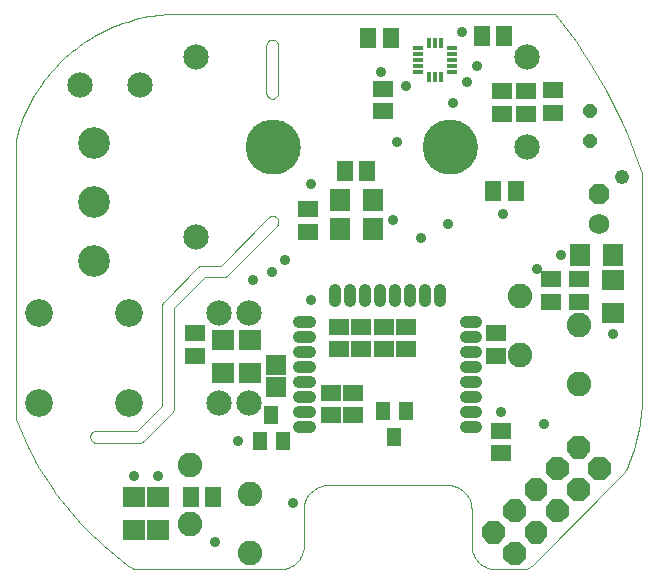
<source format=gbs>
G75*
%MOIN*%
%OFA0B0*%
%FSLAX24Y24*%
%IPPOS*%
%LPD*%
%AMOC8*
5,1,8,0,0,1.08239X$1,22.5*
%
%ADD10C,0.0000*%
%ADD11C,0.0413*%
%ADD12C,0.0925*%
%ADD13C,0.0846*%
%ADD14C,0.1059*%
%ADD15C,0.0819*%
%ADD16R,0.0571X0.0650*%
%ADD17OC8,0.0689*%
%ADD18C,0.0689*%
%ADD19R,0.0650X0.0571*%
%ADD20C,0.0150*%
%ADD21R,0.0453X0.0610*%
%ADD22R,0.0650X0.0650*%
%ADD23R,0.0768X0.0689*%
%ADD24R,0.0689X0.0768*%
%ADD25C,0.1831*%
%ADD26R,0.0319X0.0179*%
%ADD27R,0.0179X0.0319*%
%ADD28OC8,0.0458*%
%ADD29C,0.0343*%
%ADD30C,0.0484*%
D10*
X004154Y000307D02*
X009036Y000307D01*
X009090Y000309D01*
X009143Y000314D01*
X009196Y000323D01*
X009248Y000336D01*
X009300Y000352D01*
X009350Y000372D01*
X009398Y000395D01*
X009445Y000422D01*
X009490Y000451D01*
X009533Y000484D01*
X009573Y000519D01*
X009611Y000557D01*
X009646Y000597D01*
X009679Y000640D01*
X009708Y000685D01*
X009735Y000732D01*
X009758Y000780D01*
X009778Y000830D01*
X009794Y000882D01*
X009807Y000934D01*
X009816Y000987D01*
X009821Y001040D01*
X009823Y001094D01*
X009823Y002316D01*
X009825Y002370D01*
X009830Y002423D01*
X009839Y002476D01*
X009852Y002528D01*
X009868Y002580D01*
X009888Y002630D01*
X009911Y002678D01*
X009938Y002725D01*
X009967Y002770D01*
X010000Y002813D01*
X010035Y002853D01*
X010073Y002891D01*
X010113Y002926D01*
X010156Y002959D01*
X010201Y002988D01*
X010248Y003015D01*
X010296Y003038D01*
X010346Y003058D01*
X010398Y003074D01*
X010450Y003087D01*
X010503Y003096D01*
X010556Y003101D01*
X010610Y003103D01*
X010610Y003104D02*
X014626Y003104D01*
X014626Y003103D02*
X014680Y003101D01*
X014733Y003096D01*
X014786Y003087D01*
X014838Y003074D01*
X014890Y003058D01*
X014940Y003038D01*
X014988Y003015D01*
X015035Y002988D01*
X015080Y002959D01*
X015123Y002926D01*
X015163Y002891D01*
X015201Y002853D01*
X015236Y002813D01*
X015269Y002770D01*
X015298Y002725D01*
X015325Y002678D01*
X015348Y002630D01*
X015368Y002580D01*
X015384Y002528D01*
X015397Y002476D01*
X015406Y002423D01*
X015411Y002370D01*
X015413Y002316D01*
X015414Y002316D02*
X015414Y001094D01*
X015416Y001040D01*
X015421Y000987D01*
X015430Y000934D01*
X015443Y000882D01*
X015459Y000830D01*
X015479Y000780D01*
X015502Y000732D01*
X015529Y000685D01*
X015558Y000640D01*
X015591Y000597D01*
X015626Y000557D01*
X015664Y000519D01*
X015704Y000484D01*
X015747Y000451D01*
X015792Y000422D01*
X015839Y000395D01*
X015887Y000372D01*
X015937Y000352D01*
X015989Y000336D01*
X016041Y000323D01*
X016094Y000314D01*
X016147Y000309D01*
X016201Y000307D01*
X017140Y000307D01*
X017419Y000422D02*
X020492Y003496D01*
X021083Y005701D02*
X021083Y013496D01*
X018189Y018811D02*
X005374Y018811D01*
X008573Y017759D02*
X008573Y016184D01*
X008572Y016184D02*
X008574Y016158D01*
X008579Y016133D01*
X008587Y016109D01*
X008598Y016085D01*
X008613Y016064D01*
X008630Y016045D01*
X008649Y016028D01*
X008671Y016013D01*
X008694Y016002D01*
X008718Y015994D01*
X008743Y015989D01*
X008769Y015987D01*
X008795Y015989D01*
X008820Y015994D01*
X008844Y016002D01*
X008868Y016013D01*
X008889Y016028D01*
X008908Y016045D01*
X008925Y016064D01*
X008940Y016086D01*
X008951Y016109D01*
X008959Y016133D01*
X008964Y016158D01*
X008966Y016184D01*
X008966Y017759D01*
X008769Y017956D02*
X008743Y017954D01*
X008718Y017949D01*
X008694Y017941D01*
X008671Y017930D01*
X008649Y017915D01*
X008630Y017898D01*
X008613Y017879D01*
X008598Y017858D01*
X008587Y017834D01*
X008579Y017810D01*
X008574Y017785D01*
X008572Y017759D01*
X008769Y017956D02*
X008795Y017954D01*
X008820Y017949D01*
X008844Y017941D01*
X008868Y017930D01*
X008889Y017915D01*
X008908Y017898D01*
X008925Y017879D01*
X008940Y017857D01*
X008951Y017834D01*
X008959Y017810D01*
X008964Y017785D01*
X008966Y017759D01*
X007908Y014382D02*
X007910Y014441D01*
X007916Y014500D01*
X007926Y014558D01*
X007939Y014616D01*
X007957Y014673D01*
X007978Y014728D01*
X008003Y014782D01*
X008032Y014834D01*
X008064Y014883D01*
X008099Y014931D01*
X008137Y014976D01*
X008178Y015019D01*
X008222Y015059D01*
X008268Y015095D01*
X008317Y015129D01*
X008368Y015159D01*
X008421Y015186D01*
X008476Y015209D01*
X008531Y015228D01*
X008589Y015244D01*
X008647Y015256D01*
X008705Y015264D01*
X008764Y015268D01*
X008824Y015268D01*
X008883Y015264D01*
X008941Y015256D01*
X008999Y015244D01*
X009057Y015228D01*
X009112Y015209D01*
X009167Y015186D01*
X009220Y015159D01*
X009271Y015129D01*
X009320Y015095D01*
X009366Y015059D01*
X009410Y015019D01*
X009451Y014976D01*
X009489Y014931D01*
X009524Y014883D01*
X009556Y014834D01*
X009585Y014782D01*
X009610Y014728D01*
X009631Y014673D01*
X009649Y014616D01*
X009662Y014558D01*
X009672Y014500D01*
X009678Y014441D01*
X009680Y014382D01*
X009678Y014323D01*
X009672Y014264D01*
X009662Y014206D01*
X009649Y014148D01*
X009631Y014091D01*
X009610Y014036D01*
X009585Y013982D01*
X009556Y013930D01*
X009524Y013881D01*
X009489Y013833D01*
X009451Y013788D01*
X009410Y013745D01*
X009366Y013705D01*
X009320Y013669D01*
X009271Y013635D01*
X009220Y013605D01*
X009167Y013578D01*
X009112Y013555D01*
X009057Y013536D01*
X008999Y013520D01*
X008941Y013508D01*
X008883Y013500D01*
X008824Y013496D01*
X008764Y013496D01*
X008705Y013500D01*
X008647Y013508D01*
X008589Y013520D01*
X008531Y013536D01*
X008476Y013555D01*
X008421Y013578D01*
X008368Y013605D01*
X008317Y013635D01*
X008268Y013669D01*
X008222Y013705D01*
X008178Y013745D01*
X008137Y013788D01*
X008099Y013833D01*
X008064Y013881D01*
X008032Y013930D01*
X008003Y013982D01*
X007978Y014036D01*
X007957Y014091D01*
X007939Y014148D01*
X007926Y014206D01*
X007916Y014264D01*
X007910Y014323D01*
X007908Y014382D01*
X005375Y018812D02*
X005226Y018803D01*
X005078Y018791D01*
X004930Y018774D01*
X004783Y018754D01*
X004636Y018730D01*
X004490Y018702D01*
X004345Y018669D01*
X004201Y018634D01*
X004057Y018594D01*
X003915Y018550D01*
X003774Y018503D01*
X003634Y018452D01*
X003496Y018397D01*
X003359Y018338D01*
X003224Y018276D01*
X003091Y018210D01*
X002959Y018141D01*
X002830Y018068D01*
X002702Y017992D01*
X002576Y017913D01*
X002453Y017830D01*
X002332Y017743D01*
X002213Y017654D01*
X002096Y017562D01*
X001982Y017466D01*
X001871Y017367D01*
X001762Y017266D01*
X001657Y017161D01*
X001554Y017054D01*
X001453Y016944D01*
X001356Y016832D01*
X001262Y016717D01*
X001171Y016599D01*
X001083Y016479D01*
X000998Y016357D01*
X000917Y016232D01*
X000839Y016106D01*
X000765Y015977D01*
X000693Y015846D01*
X000626Y015714D01*
X000562Y015580D01*
X000501Y015444D01*
X000445Y015306D01*
X000392Y015167D01*
X000342Y015027D01*
X000297Y014885D01*
X000255Y014743D01*
X000217Y014599D01*
X000217Y014598D02*
X000217Y005307D01*
X002894Y004913D02*
X004272Y004913D01*
X005099Y005740D01*
X005099Y009084D01*
X005156Y009223D02*
X006301Y010368D01*
X006440Y010425D02*
X007046Y010425D01*
X008644Y012023D01*
X008778Y012079D02*
X008803Y012077D01*
X008827Y012073D01*
X008851Y012065D01*
X008873Y012054D01*
X008894Y012040D01*
X008912Y012023D01*
X008913Y012023D02*
X008919Y012016D01*
X008936Y011998D01*
X008950Y011977D01*
X008961Y011955D01*
X008969Y011931D01*
X008973Y011907D01*
X008975Y011882D01*
X008919Y011747D02*
X007261Y010089D01*
X007122Y010031D02*
X006516Y010031D01*
X005492Y009008D01*
X005492Y005664D01*
X005435Y005525D02*
X004487Y004577D01*
X004348Y004520D02*
X002894Y004520D01*
X002868Y004522D01*
X002843Y004527D01*
X002819Y004535D01*
X002795Y004546D01*
X002774Y004561D01*
X002755Y004578D01*
X002738Y004597D01*
X002723Y004619D01*
X002712Y004642D01*
X002704Y004666D01*
X002699Y004691D01*
X002697Y004717D01*
X002699Y004743D01*
X002704Y004768D01*
X002712Y004792D01*
X002723Y004816D01*
X002738Y004837D01*
X002755Y004856D01*
X002774Y004873D01*
X002796Y004888D01*
X002819Y004899D01*
X002843Y004907D01*
X002868Y004912D01*
X002894Y004914D01*
X004348Y004520D02*
X004374Y004522D01*
X004399Y004527D01*
X004423Y004535D01*
X004447Y004546D01*
X004468Y004561D01*
X004487Y004578D01*
X005434Y005525D02*
X005451Y005544D01*
X005466Y005565D01*
X005477Y005589D01*
X005485Y005613D01*
X005490Y005638D01*
X005492Y005664D01*
X021083Y013496D02*
X020963Y013857D01*
X020834Y014215D01*
X020697Y014570D01*
X020552Y014922D01*
X020398Y015270D01*
X020236Y015614D01*
X020066Y015955D01*
X019888Y016291D01*
X019702Y016623D01*
X019509Y016951D01*
X019307Y017273D01*
X019098Y017591D01*
X018882Y017904D01*
X018658Y018212D01*
X018427Y018515D01*
X018189Y018811D01*
X013813Y014382D02*
X013815Y014441D01*
X013821Y014500D01*
X013831Y014558D01*
X013844Y014616D01*
X013862Y014673D01*
X013883Y014728D01*
X013908Y014782D01*
X013937Y014834D01*
X013969Y014883D01*
X014004Y014931D01*
X014042Y014976D01*
X014083Y015019D01*
X014127Y015059D01*
X014173Y015095D01*
X014222Y015129D01*
X014273Y015159D01*
X014326Y015186D01*
X014381Y015209D01*
X014436Y015228D01*
X014494Y015244D01*
X014552Y015256D01*
X014610Y015264D01*
X014669Y015268D01*
X014729Y015268D01*
X014788Y015264D01*
X014846Y015256D01*
X014904Y015244D01*
X014962Y015228D01*
X015017Y015209D01*
X015072Y015186D01*
X015125Y015159D01*
X015176Y015129D01*
X015225Y015095D01*
X015271Y015059D01*
X015315Y015019D01*
X015356Y014976D01*
X015394Y014931D01*
X015429Y014883D01*
X015461Y014834D01*
X015490Y014782D01*
X015515Y014728D01*
X015536Y014673D01*
X015554Y014616D01*
X015567Y014558D01*
X015577Y014500D01*
X015583Y014441D01*
X015585Y014382D01*
X015583Y014323D01*
X015577Y014264D01*
X015567Y014206D01*
X015554Y014148D01*
X015536Y014091D01*
X015515Y014036D01*
X015490Y013982D01*
X015461Y013930D01*
X015429Y013881D01*
X015394Y013833D01*
X015356Y013788D01*
X015315Y013745D01*
X015271Y013705D01*
X015225Y013669D01*
X015176Y013635D01*
X015125Y013605D01*
X015072Y013578D01*
X015017Y013555D01*
X014962Y013536D01*
X014904Y013520D01*
X014846Y013508D01*
X014788Y013500D01*
X014729Y013496D01*
X014669Y013496D01*
X014610Y013500D01*
X014552Y013508D01*
X014494Y013520D01*
X014436Y013536D01*
X014381Y013555D01*
X014326Y013578D01*
X014273Y013605D01*
X014222Y013635D01*
X014173Y013669D01*
X014127Y013705D01*
X014083Y013745D01*
X014042Y013788D01*
X014004Y013833D01*
X013969Y013881D01*
X013937Y013930D01*
X013908Y013982D01*
X013883Y014036D01*
X013862Y014091D01*
X013844Y014148D01*
X013831Y014206D01*
X013821Y014264D01*
X013815Y014323D01*
X013813Y014382D01*
X008975Y011882D02*
X008973Y011857D01*
X008969Y011833D01*
X008961Y011809D01*
X008950Y011787D01*
X008936Y011766D01*
X008919Y011748D01*
X008778Y012079D02*
X008753Y012077D01*
X008729Y012073D01*
X008705Y012065D01*
X008683Y012054D01*
X008662Y012040D01*
X008644Y012023D01*
X007261Y010089D02*
X007242Y010072D01*
X007221Y010057D01*
X007197Y010046D01*
X007173Y010038D01*
X007148Y010033D01*
X007122Y010031D01*
X006440Y010425D02*
X006414Y010423D01*
X006389Y010418D01*
X006365Y010410D01*
X006341Y010399D01*
X006320Y010384D01*
X006301Y010367D01*
X005156Y009223D02*
X005139Y009204D01*
X005124Y009183D01*
X005113Y009159D01*
X005105Y009135D01*
X005100Y009110D01*
X005098Y009084D01*
X000217Y005307D02*
X000313Y005067D01*
X000415Y004830D01*
X000522Y004595D01*
X000635Y004362D01*
X000754Y004133D01*
X000878Y003906D01*
X001007Y003682D01*
X001141Y003462D01*
X001281Y003245D01*
X001426Y003031D01*
X001576Y002820D01*
X001731Y002614D01*
X001891Y002411D01*
X002056Y002212D01*
X002225Y002016D01*
X002399Y001825D01*
X002577Y001639D01*
X002760Y001456D01*
X002947Y001278D01*
X003138Y001104D01*
X003334Y000935D01*
X003533Y000771D01*
X003736Y000611D01*
X003943Y000457D01*
X004154Y000307D01*
X020492Y003496D02*
X020554Y003625D01*
X020614Y003756D01*
X020670Y003888D01*
X020723Y004022D01*
X020772Y004157D01*
X020818Y004293D01*
X020860Y004430D01*
X020899Y004569D01*
X020935Y004708D01*
X020967Y004848D01*
X020995Y004989D01*
X021020Y005130D01*
X021041Y005272D01*
X021058Y005415D01*
X021072Y005558D01*
X021082Y005701D01*
X017419Y000422D02*
X017390Y000396D01*
X017359Y000373D01*
X017326Y000354D01*
X017291Y000337D01*
X017254Y000324D01*
X017217Y000315D01*
X017179Y000309D01*
X017140Y000307D01*
D11*
X015577Y005039D02*
X015223Y005039D01*
X015223Y005539D02*
X015577Y005539D01*
X015577Y006039D02*
X015223Y006039D01*
X015223Y006539D02*
X015577Y006539D01*
X015577Y007039D02*
X015223Y007039D01*
X015223Y007539D02*
X015577Y007539D01*
X015577Y008039D02*
X015223Y008039D01*
X015223Y008539D02*
X015577Y008539D01*
X014368Y009252D02*
X014368Y009606D01*
X013868Y009606D02*
X013868Y009252D01*
X013368Y009252D02*
X013368Y009606D01*
X012868Y009606D02*
X012868Y009252D01*
X012368Y009252D02*
X012368Y009606D01*
X011868Y009606D02*
X011868Y009252D01*
X011368Y009252D02*
X011368Y009606D01*
X010868Y009606D02*
X010868Y009252D01*
X010014Y008539D02*
X009660Y008539D01*
X009660Y008039D02*
X010014Y008039D01*
X010014Y007539D02*
X009660Y007539D01*
X009660Y007039D02*
X010014Y007039D01*
X010014Y006539D02*
X009660Y006539D01*
X009660Y006039D02*
X010014Y006039D01*
X010014Y005539D02*
X009660Y005539D01*
X009660Y005039D02*
X010014Y005039D01*
D12*
X004008Y005830D03*
X001008Y005830D03*
X001008Y008830D03*
X004008Y008830D03*
D13*
X006235Y011390D03*
X007008Y008830D03*
X008008Y008830D03*
X008008Y005830D03*
X007008Y005830D03*
X017258Y014382D03*
X017258Y017374D03*
X006235Y017374D03*
X004366Y016448D03*
X002366Y016448D03*
D14*
X002815Y014515D03*
X002815Y012546D03*
X002815Y010578D03*
D15*
X006043Y003791D03*
X008012Y002807D03*
X006043Y001823D03*
X008012Y000839D03*
X017032Y007453D03*
X017032Y009421D03*
X019001Y008437D03*
X019001Y006468D03*
D16*
X016890Y012927D03*
X016142Y012927D03*
X011941Y013575D03*
X011193Y013575D03*
X011969Y018024D03*
X012717Y018024D03*
X015748Y018063D03*
X016496Y018063D03*
X006811Y002709D03*
X006063Y002709D03*
D17*
X019672Y012815D03*
D18*
X019672Y011815D03*
D19*
X019001Y009972D03*
X019001Y009224D03*
X018051Y009224D03*
X018051Y009972D03*
X016216Y008172D03*
X016216Y007424D03*
X016400Y004924D03*
X016400Y004176D03*
X013227Y007645D03*
X012479Y007645D03*
X011731Y007645D03*
X010983Y007645D03*
X010983Y008393D03*
X011731Y008393D03*
X012479Y008393D03*
X013227Y008393D03*
X011477Y006178D03*
X010728Y006178D03*
X010728Y005430D03*
X011477Y005430D03*
X006201Y007421D03*
X006201Y008169D03*
X009964Y011559D03*
X009964Y012307D03*
X012461Y015563D03*
X012461Y016311D03*
X016437Y016232D03*
X017225Y016232D03*
X017225Y015484D03*
X016437Y015484D03*
X018130Y015524D03*
X018130Y016272D03*
D20*
X018738Y004336D02*
X018663Y004261D01*
X018663Y004509D01*
X018837Y004683D01*
X019085Y004683D01*
X019259Y004509D01*
X019259Y004261D01*
X019085Y004087D01*
X018837Y004087D01*
X018663Y004261D01*
X018775Y004308D01*
X018775Y004462D01*
X018884Y004571D01*
X019038Y004571D01*
X019147Y004462D01*
X019147Y004308D01*
X019038Y004199D01*
X018884Y004199D01*
X018775Y004308D01*
X018887Y004354D01*
X018887Y004416D01*
X018930Y004459D01*
X018992Y004459D01*
X019035Y004416D01*
X019035Y004354D01*
X018992Y004311D01*
X018930Y004311D01*
X018887Y004354D01*
X018031Y003629D02*
X017956Y003554D01*
X017956Y003802D01*
X018130Y003976D01*
X018378Y003976D01*
X018552Y003802D01*
X018552Y003554D01*
X018378Y003380D01*
X018130Y003380D01*
X017956Y003554D01*
X018068Y003601D01*
X018068Y003755D01*
X018177Y003864D01*
X018331Y003864D01*
X018440Y003755D01*
X018440Y003601D01*
X018331Y003492D01*
X018177Y003492D01*
X018068Y003601D01*
X018180Y003647D01*
X018180Y003709D01*
X018223Y003752D01*
X018285Y003752D01*
X018328Y003709D01*
X018328Y003647D01*
X018285Y003604D01*
X018223Y003604D01*
X018180Y003647D01*
X017324Y002922D02*
X017249Y002847D01*
X017249Y003095D01*
X017423Y003269D01*
X017671Y003269D01*
X017845Y003095D01*
X017845Y002847D01*
X017671Y002673D01*
X017423Y002673D01*
X017249Y002847D01*
X017361Y002894D01*
X017361Y003048D01*
X017470Y003157D01*
X017624Y003157D01*
X017733Y003048D01*
X017733Y002894D01*
X017624Y002785D01*
X017470Y002785D01*
X017361Y002894D01*
X017473Y002940D01*
X017473Y003002D01*
X017516Y003045D01*
X017578Y003045D01*
X017621Y003002D01*
X017621Y002940D01*
X017578Y002897D01*
X017516Y002897D01*
X017473Y002940D01*
X016617Y002215D02*
X016542Y002140D01*
X016542Y002388D01*
X016716Y002562D01*
X016964Y002562D01*
X017138Y002388D01*
X017138Y002140D01*
X016964Y001966D01*
X016716Y001966D01*
X016542Y002140D01*
X016654Y002187D01*
X016654Y002341D01*
X016763Y002450D01*
X016917Y002450D01*
X017026Y002341D01*
X017026Y002187D01*
X016917Y002078D01*
X016763Y002078D01*
X016654Y002187D01*
X016766Y002233D01*
X016766Y002295D01*
X016809Y002338D01*
X016871Y002338D01*
X016914Y002295D01*
X016914Y002233D01*
X016871Y002190D01*
X016809Y002190D01*
X016766Y002233D01*
X015910Y001508D02*
X015835Y001433D01*
X015835Y001681D01*
X016009Y001855D01*
X016257Y001855D01*
X016431Y001681D01*
X016431Y001433D01*
X016257Y001259D01*
X016009Y001259D01*
X015835Y001433D01*
X015947Y001480D01*
X015947Y001634D01*
X016056Y001743D01*
X016210Y001743D01*
X016319Y001634D01*
X016319Y001480D01*
X016210Y001371D01*
X016056Y001371D01*
X015947Y001480D01*
X016059Y001526D01*
X016059Y001588D01*
X016102Y001631D01*
X016164Y001631D01*
X016207Y001588D01*
X016207Y001526D01*
X016164Y001483D01*
X016102Y001483D01*
X016059Y001526D01*
X016617Y000801D02*
X016542Y000726D01*
X016542Y000974D01*
X016716Y001148D01*
X016964Y001148D01*
X017138Y000974D01*
X017138Y000726D01*
X016964Y000552D01*
X016716Y000552D01*
X016542Y000726D01*
X016654Y000773D01*
X016654Y000927D01*
X016763Y001036D01*
X016917Y001036D01*
X017026Y000927D01*
X017026Y000773D01*
X016917Y000664D01*
X016763Y000664D01*
X016654Y000773D01*
X016766Y000819D01*
X016766Y000881D01*
X016809Y000924D01*
X016871Y000924D01*
X016914Y000881D01*
X016914Y000819D01*
X016871Y000776D01*
X016809Y000776D01*
X016766Y000819D01*
X017324Y001508D02*
X017249Y001433D01*
X017249Y001681D01*
X017423Y001855D01*
X017671Y001855D01*
X017845Y001681D01*
X017845Y001433D01*
X017671Y001259D01*
X017423Y001259D01*
X017249Y001433D01*
X017361Y001480D01*
X017361Y001634D01*
X017470Y001743D01*
X017624Y001743D01*
X017733Y001634D01*
X017733Y001480D01*
X017624Y001371D01*
X017470Y001371D01*
X017361Y001480D01*
X017473Y001526D01*
X017473Y001588D01*
X017516Y001631D01*
X017578Y001631D01*
X017621Y001588D01*
X017621Y001526D01*
X017578Y001483D01*
X017516Y001483D01*
X017473Y001526D01*
X018031Y002215D02*
X017956Y002140D01*
X017956Y002388D01*
X018130Y002562D01*
X018378Y002562D01*
X018552Y002388D01*
X018552Y002140D01*
X018378Y001966D01*
X018130Y001966D01*
X017956Y002140D01*
X018068Y002187D01*
X018068Y002341D01*
X018177Y002450D01*
X018331Y002450D01*
X018440Y002341D01*
X018440Y002187D01*
X018331Y002078D01*
X018177Y002078D01*
X018068Y002187D01*
X018180Y002233D01*
X018180Y002295D01*
X018223Y002338D01*
X018285Y002338D01*
X018328Y002295D01*
X018328Y002233D01*
X018285Y002190D01*
X018223Y002190D01*
X018180Y002233D01*
X018738Y002922D02*
X018663Y002847D01*
X018663Y003095D01*
X018837Y003269D01*
X019085Y003269D01*
X019259Y003095D01*
X019259Y002847D01*
X019085Y002673D01*
X018837Y002673D01*
X018663Y002847D01*
X018775Y002894D01*
X018775Y003048D01*
X018884Y003157D01*
X019038Y003157D01*
X019147Y003048D01*
X019147Y002894D01*
X019038Y002785D01*
X018884Y002785D01*
X018775Y002894D01*
X018887Y002940D01*
X018887Y003002D01*
X018930Y003045D01*
X018992Y003045D01*
X019035Y003002D01*
X019035Y002940D01*
X018992Y002897D01*
X018930Y002897D01*
X018887Y002940D01*
X019445Y003629D02*
X019370Y003554D01*
X019370Y003802D01*
X019544Y003976D01*
X019792Y003976D01*
X019966Y003802D01*
X019966Y003554D01*
X019792Y003380D01*
X019544Y003380D01*
X019370Y003554D01*
X019482Y003601D01*
X019482Y003755D01*
X019591Y003864D01*
X019745Y003864D01*
X019854Y003755D01*
X019854Y003601D01*
X019745Y003492D01*
X019591Y003492D01*
X019482Y003601D01*
X019594Y003647D01*
X019594Y003709D01*
X019637Y003752D01*
X019699Y003752D01*
X019742Y003709D01*
X019742Y003647D01*
X019699Y003604D01*
X019637Y003604D01*
X019594Y003647D01*
D21*
X013219Y005585D03*
X012471Y005585D03*
X012845Y004718D03*
X009119Y004580D03*
X008371Y004580D03*
X008745Y005446D03*
D22*
X008900Y006363D03*
X008900Y007113D03*
D23*
X008017Y006856D03*
X007117Y006856D03*
X007117Y007958D03*
X008017Y007958D03*
X004967Y002708D03*
X004167Y002708D03*
X004167Y001606D03*
X004967Y001606D03*
X020117Y008842D03*
X020117Y009944D03*
D24*
X020118Y010793D03*
X019015Y010793D03*
X012118Y011657D03*
X012118Y012607D03*
X011015Y012607D03*
X011015Y011657D03*
D25*
X008794Y014382D03*
X014699Y014382D03*
D26*
X014773Y016886D03*
X014773Y017076D03*
X014773Y017276D03*
X014773Y017476D03*
X014773Y017666D03*
X013613Y017666D03*
X013613Y017476D03*
X013613Y017276D03*
X013613Y017076D03*
X013613Y016886D03*
D27*
X013993Y016696D03*
X014193Y016696D03*
X014393Y016696D03*
X014393Y017856D03*
X014193Y017856D03*
X013993Y017856D03*
D28*
X019351Y015571D03*
X019351Y014571D03*
D29*
X016477Y012157D03*
X014626Y011803D03*
X013738Y011348D03*
X012781Y011956D03*
X010065Y013137D03*
X012933Y014559D03*
X014787Y015855D03*
X015256Y016528D03*
X015610Y017079D03*
X015099Y018220D03*
X013217Y016407D03*
X012382Y016882D03*
X018380Y010793D03*
X017579Y010307D03*
X020124Y008145D03*
X017816Y005146D03*
X016400Y005539D03*
X010059Y009283D03*
X008764Y010200D03*
X009193Y010623D03*
X008130Y009953D03*
X007637Y004587D03*
X009450Y002513D03*
X006861Y001213D03*
X004962Y003408D03*
X004150Y003413D03*
D30*
X020433Y013378D03*
M02*

</source>
